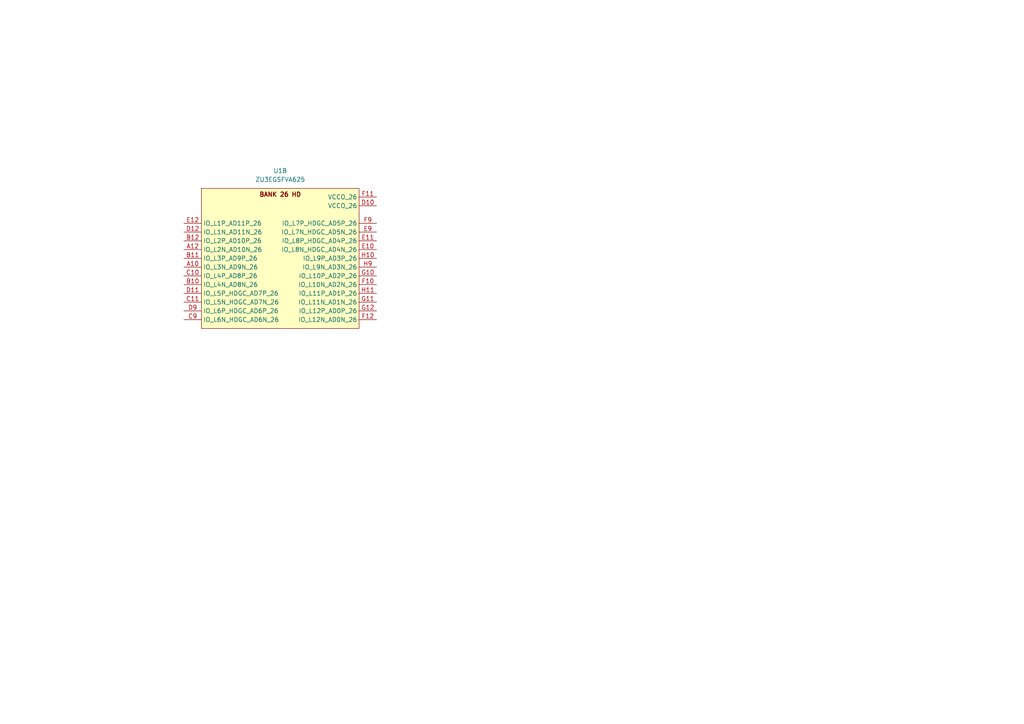
<source format=kicad_sch>
(kicad_sch (version 20250114) (generator "eeschema") (generator_version "9.0")
  (paper "A4")
  (symbol (lib_id "User:XAZU3EGSFVA625") (at 81.28 74.93 0) (unit 2)
    (property "Reference" "U1" (at 81.28 49.53 0))
    (property "Value" "ZU3EGSFVA625" (at 81.28 52.07 0))
    (property "Footprint" "Package_BGA:BGA-625_21.0x21.0mm_Layout25x25_P0.8mm" (effects (hide yes)))
    (property "Datasheet" "http://partdb.conandllu.cn/en/part/513/info" (effects (hide yes)))
    (property "Category" "ICs/FPGA" (effects (hide yes)))
    (property "Manufacturer" "XILINX" (effects (hide yes)))
    (property "Part-DB Footprint" "Xilinx_SFVA625" (effects (hide yes)))
    (property "Part-DB ID" "513" (effects (hide yes)))
  )
)
</source>
